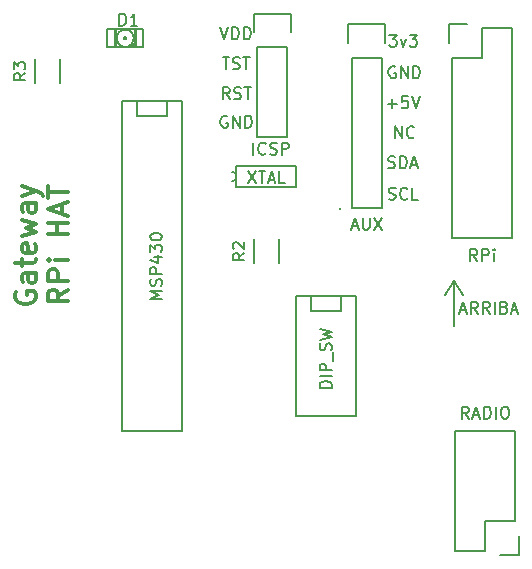
<source format=gbr>
G04 #@! TF.FileFunction,Legend,Top*
%FSLAX46Y46*%
G04 Gerber Fmt 4.6, Leading zero omitted, Abs format (unit mm)*
G04 Created by KiCad (PCBNEW (after 2015-mar-04 BZR unknown)-product) date 10/04/2015 18:40:57*
%MOMM*%
G01*
G04 APERTURE LIST*
%ADD10C,0.100000*%
%ADD11C,0.200000*%
%ADD12C,0.300000*%
%ADD13C,0.150000*%
G04 APERTURE END LIST*
D10*
D11*
X122872667Y-52411381D02*
X123206000Y-53411381D01*
X123539334Y-52411381D01*
X123872667Y-53411381D02*
X123872667Y-52411381D01*
X124110762Y-52411381D01*
X124253620Y-52459000D01*
X124348858Y-52554238D01*
X124396477Y-52649476D01*
X124444096Y-52839952D01*
X124444096Y-52982810D01*
X124396477Y-53173286D01*
X124348858Y-53268524D01*
X124253620Y-53363762D01*
X124110762Y-53411381D01*
X123872667Y-53411381D01*
X124872667Y-53411381D02*
X124872667Y-52411381D01*
X125110762Y-52411381D01*
X125253620Y-52459000D01*
X125348858Y-52554238D01*
X125396477Y-52649476D01*
X125444096Y-52839952D01*
X125444096Y-52982810D01*
X125396477Y-53173286D01*
X125348858Y-53268524D01*
X125253620Y-53363762D01*
X125110762Y-53411381D01*
X124872667Y-53411381D01*
X123063143Y-54951381D02*
X123634572Y-54951381D01*
X123348857Y-55951381D02*
X123348857Y-54951381D01*
X123920286Y-55903762D02*
X124063143Y-55951381D01*
X124301239Y-55951381D01*
X124396477Y-55903762D01*
X124444096Y-55856143D01*
X124491715Y-55760905D01*
X124491715Y-55665667D01*
X124444096Y-55570429D01*
X124396477Y-55522810D01*
X124301239Y-55475190D01*
X124110762Y-55427571D01*
X124015524Y-55379952D01*
X123967905Y-55332333D01*
X123920286Y-55237095D01*
X123920286Y-55141857D01*
X123967905Y-55046619D01*
X124015524Y-54999000D01*
X124110762Y-54951381D01*
X124348858Y-54951381D01*
X124491715Y-54999000D01*
X124777429Y-54951381D02*
X125348858Y-54951381D01*
X125063143Y-55951381D02*
X125063143Y-54951381D01*
X123658381Y-58491381D02*
X123325047Y-58015190D01*
X123086952Y-58491381D02*
X123086952Y-57491381D01*
X123467905Y-57491381D01*
X123563143Y-57539000D01*
X123610762Y-57586619D01*
X123658381Y-57681857D01*
X123658381Y-57824714D01*
X123610762Y-57919952D01*
X123563143Y-57967571D01*
X123467905Y-58015190D01*
X123086952Y-58015190D01*
X124039333Y-58443762D02*
X124182190Y-58491381D01*
X124420286Y-58491381D01*
X124515524Y-58443762D01*
X124563143Y-58396143D01*
X124610762Y-58300905D01*
X124610762Y-58205667D01*
X124563143Y-58110429D01*
X124515524Y-58062810D01*
X124420286Y-58015190D01*
X124229809Y-57967571D01*
X124134571Y-57919952D01*
X124086952Y-57872333D01*
X124039333Y-57777095D01*
X124039333Y-57681857D01*
X124086952Y-57586619D01*
X124134571Y-57539000D01*
X124229809Y-57491381D01*
X124467905Y-57491381D01*
X124610762Y-57539000D01*
X124896476Y-57491381D02*
X125467905Y-57491381D01*
X125182190Y-58491381D02*
X125182190Y-57491381D01*
X123444096Y-59952000D02*
X123348858Y-59904381D01*
X123206001Y-59904381D01*
X123063143Y-59952000D01*
X122967905Y-60047238D01*
X122920286Y-60142476D01*
X122872667Y-60332952D01*
X122872667Y-60475810D01*
X122920286Y-60666286D01*
X122967905Y-60761524D01*
X123063143Y-60856762D01*
X123206001Y-60904381D01*
X123301239Y-60904381D01*
X123444096Y-60856762D01*
X123491715Y-60809143D01*
X123491715Y-60475810D01*
X123301239Y-60475810D01*
X123920286Y-60904381D02*
X123920286Y-59904381D01*
X124491715Y-60904381D01*
X124491715Y-59904381D01*
X124967905Y-60904381D02*
X124967905Y-59904381D01*
X125206000Y-59904381D01*
X125348858Y-59952000D01*
X125444096Y-60047238D01*
X125491715Y-60142476D01*
X125539334Y-60332952D01*
X125539334Y-60475810D01*
X125491715Y-60666286D01*
X125444096Y-60761524D01*
X125348858Y-60856762D01*
X125206000Y-60904381D01*
X124967905Y-60904381D01*
X143192476Y-76366667D02*
X143668667Y-76366667D01*
X143097238Y-76652381D02*
X143430571Y-75652381D01*
X143763905Y-76652381D01*
X144668667Y-76652381D02*
X144335333Y-76176190D01*
X144097238Y-76652381D02*
X144097238Y-75652381D01*
X144478191Y-75652381D01*
X144573429Y-75700000D01*
X144621048Y-75747619D01*
X144668667Y-75842857D01*
X144668667Y-75985714D01*
X144621048Y-76080952D01*
X144573429Y-76128571D01*
X144478191Y-76176190D01*
X144097238Y-76176190D01*
X145668667Y-76652381D02*
X145335333Y-76176190D01*
X145097238Y-76652381D02*
X145097238Y-75652381D01*
X145478191Y-75652381D01*
X145573429Y-75700000D01*
X145621048Y-75747619D01*
X145668667Y-75842857D01*
X145668667Y-75985714D01*
X145621048Y-76080952D01*
X145573429Y-76128571D01*
X145478191Y-76176190D01*
X145097238Y-76176190D01*
X146097238Y-76652381D02*
X146097238Y-75652381D01*
X146906762Y-76128571D02*
X147049619Y-76176190D01*
X147097238Y-76223810D01*
X147144857Y-76319048D01*
X147144857Y-76461905D01*
X147097238Y-76557143D01*
X147049619Y-76604762D01*
X146954381Y-76652381D01*
X146573428Y-76652381D01*
X146573428Y-75652381D01*
X146906762Y-75652381D01*
X147002000Y-75700000D01*
X147049619Y-75747619D01*
X147097238Y-75842857D01*
X147097238Y-75938095D01*
X147049619Y-76033333D01*
X147002000Y-76080952D01*
X146906762Y-76128571D01*
X146573428Y-76128571D01*
X147525809Y-76366667D02*
X148002000Y-76366667D01*
X147430571Y-76652381D02*
X147763904Y-75652381D01*
X148097238Y-76652381D01*
X142621000Y-73914000D02*
X143383000Y-75057000D01*
X142621000Y-73914000D02*
X141859000Y-75057000D01*
X142621000Y-74041000D02*
X142621000Y-77724000D01*
D12*
X105573000Y-74824333D02*
X105489667Y-74990999D01*
X105489667Y-75240999D01*
X105573000Y-75490999D01*
X105739667Y-75657666D01*
X105906333Y-75740999D01*
X106239667Y-75824333D01*
X106489667Y-75824333D01*
X106823000Y-75740999D01*
X106989667Y-75657666D01*
X107156333Y-75490999D01*
X107239667Y-75240999D01*
X107239667Y-75074333D01*
X107156333Y-74824333D01*
X107073000Y-74740999D01*
X106489667Y-74740999D01*
X106489667Y-75074333D01*
X107239667Y-73240999D02*
X106323000Y-73240999D01*
X106156333Y-73324333D01*
X106073000Y-73490999D01*
X106073000Y-73824333D01*
X106156333Y-73990999D01*
X107156333Y-73240999D02*
X107239667Y-73407666D01*
X107239667Y-73824333D01*
X107156333Y-73990999D01*
X106989667Y-74074333D01*
X106823000Y-74074333D01*
X106656333Y-73990999D01*
X106573000Y-73824333D01*
X106573000Y-73407666D01*
X106489667Y-73240999D01*
X106073000Y-72657666D02*
X106073000Y-71991000D01*
X105489667Y-72407666D02*
X106989667Y-72407666D01*
X107156333Y-72324333D01*
X107239667Y-72157666D01*
X107239667Y-71991000D01*
X107156333Y-70741000D02*
X107239667Y-70907666D01*
X107239667Y-71241000D01*
X107156333Y-71407666D01*
X106989667Y-71491000D01*
X106323000Y-71491000D01*
X106156333Y-71407666D01*
X106073000Y-71241000D01*
X106073000Y-70907666D01*
X106156333Y-70741000D01*
X106323000Y-70657666D01*
X106489667Y-70657666D01*
X106656333Y-71491000D01*
X106073000Y-70074333D02*
X107239667Y-69741000D01*
X106406333Y-69407666D01*
X107239667Y-69074333D01*
X106073000Y-68741000D01*
X107239667Y-67324333D02*
X106323000Y-67324333D01*
X106156333Y-67407667D01*
X106073000Y-67574333D01*
X106073000Y-67907667D01*
X106156333Y-68074333D01*
X107156333Y-67324333D02*
X107239667Y-67491000D01*
X107239667Y-67907667D01*
X107156333Y-68074333D01*
X106989667Y-68157667D01*
X106823000Y-68157667D01*
X106656333Y-68074333D01*
X106573000Y-67907667D01*
X106573000Y-67491000D01*
X106489667Y-67324333D01*
X106073000Y-66657667D02*
X107239667Y-66241000D01*
X106073000Y-65824334D02*
X107239667Y-66241000D01*
X107656333Y-66407667D01*
X107739667Y-66491000D01*
X107823000Y-66657667D01*
X109989667Y-74615999D02*
X109156333Y-75199333D01*
X109989667Y-75615999D02*
X108239667Y-75615999D01*
X108239667Y-74949333D01*
X108323000Y-74782666D01*
X108406333Y-74699333D01*
X108573000Y-74615999D01*
X108823000Y-74615999D01*
X108989667Y-74699333D01*
X109073000Y-74782666D01*
X109156333Y-74949333D01*
X109156333Y-75615999D01*
X109989667Y-73865999D02*
X108239667Y-73865999D01*
X108239667Y-73199333D01*
X108323000Y-73032666D01*
X108406333Y-72949333D01*
X108573000Y-72865999D01*
X108823000Y-72865999D01*
X108989667Y-72949333D01*
X109073000Y-73032666D01*
X109156333Y-73199333D01*
X109156333Y-73865999D01*
X109989667Y-72115999D02*
X108823000Y-72115999D01*
X108239667Y-72115999D02*
X108323000Y-72199333D01*
X108406333Y-72115999D01*
X108323000Y-72032666D01*
X108239667Y-72115999D01*
X108406333Y-72115999D01*
X109989667Y-69949333D02*
X108239667Y-69949333D01*
X109073000Y-69949333D02*
X109073000Y-68949333D01*
X109989667Y-68949333D02*
X108239667Y-68949333D01*
X109489667Y-68199334D02*
X109489667Y-67366000D01*
X109989667Y-68366000D02*
X108239667Y-67782667D01*
X109989667Y-67199334D01*
X108239667Y-66866000D02*
X108239667Y-65866000D01*
X109989667Y-66366000D02*
X108239667Y-66366000D01*
D11*
X137128571Y-66952762D02*
X137271428Y-67000381D01*
X137509524Y-67000381D01*
X137604762Y-66952762D01*
X137652381Y-66905143D01*
X137700000Y-66809905D01*
X137700000Y-66714667D01*
X137652381Y-66619429D01*
X137604762Y-66571810D01*
X137509524Y-66524190D01*
X137319047Y-66476571D01*
X137223809Y-66428952D01*
X137176190Y-66381333D01*
X137128571Y-66286095D01*
X137128571Y-66190857D01*
X137176190Y-66095619D01*
X137223809Y-66048000D01*
X137319047Y-66000381D01*
X137557143Y-66000381D01*
X137700000Y-66048000D01*
X138700000Y-66905143D02*
X138652381Y-66952762D01*
X138509524Y-67000381D01*
X138414286Y-67000381D01*
X138271428Y-66952762D01*
X138176190Y-66857524D01*
X138128571Y-66762286D01*
X138080952Y-66571810D01*
X138080952Y-66428952D01*
X138128571Y-66238476D01*
X138176190Y-66143238D01*
X138271428Y-66048000D01*
X138414286Y-66000381D01*
X138509524Y-66000381D01*
X138652381Y-66048000D01*
X138700000Y-66095619D01*
X139604762Y-67000381D02*
X139128571Y-67000381D01*
X139128571Y-66000381D01*
X137080952Y-64285762D02*
X137223809Y-64333381D01*
X137461905Y-64333381D01*
X137557143Y-64285762D01*
X137604762Y-64238143D01*
X137652381Y-64142905D01*
X137652381Y-64047667D01*
X137604762Y-63952429D01*
X137557143Y-63904810D01*
X137461905Y-63857190D01*
X137271428Y-63809571D01*
X137176190Y-63761952D01*
X137128571Y-63714333D01*
X137080952Y-63619095D01*
X137080952Y-63523857D01*
X137128571Y-63428619D01*
X137176190Y-63381000D01*
X137271428Y-63333381D01*
X137509524Y-63333381D01*
X137652381Y-63381000D01*
X138080952Y-64333381D02*
X138080952Y-63333381D01*
X138319047Y-63333381D01*
X138461905Y-63381000D01*
X138557143Y-63476238D01*
X138604762Y-63571476D01*
X138652381Y-63761952D01*
X138652381Y-63904810D01*
X138604762Y-64095286D01*
X138557143Y-64190524D01*
X138461905Y-64285762D01*
X138319047Y-64333381D01*
X138080952Y-64333381D01*
X139033333Y-64047667D02*
X139509524Y-64047667D01*
X138938095Y-64333381D02*
X139271428Y-63333381D01*
X139604762Y-64333381D01*
X137636476Y-61793381D02*
X137636476Y-60793381D01*
X138207905Y-61793381D01*
X138207905Y-60793381D01*
X139255524Y-61698143D02*
X139207905Y-61745762D01*
X139065048Y-61793381D01*
X138969810Y-61793381D01*
X138826952Y-61745762D01*
X138731714Y-61650524D01*
X138684095Y-61555286D01*
X138636476Y-61364810D01*
X138636476Y-61221952D01*
X138684095Y-61031476D01*
X138731714Y-60936238D01*
X138826952Y-60841000D01*
X138969810Y-60793381D01*
X139065048Y-60793381D01*
X139207905Y-60841000D01*
X139255524Y-60888619D01*
X137017476Y-58872429D02*
X137779381Y-58872429D01*
X137398429Y-59253381D02*
X137398429Y-58491476D01*
X138731762Y-58253381D02*
X138255571Y-58253381D01*
X138207952Y-58729571D01*
X138255571Y-58681952D01*
X138350809Y-58634333D01*
X138588905Y-58634333D01*
X138684143Y-58681952D01*
X138731762Y-58729571D01*
X138779381Y-58824810D01*
X138779381Y-59062905D01*
X138731762Y-59158143D01*
X138684143Y-59205762D01*
X138588905Y-59253381D01*
X138350809Y-59253381D01*
X138255571Y-59205762D01*
X138207952Y-59158143D01*
X139065095Y-58253381D02*
X139398428Y-59253381D01*
X139731762Y-58253381D01*
X132969000Y-67691000D02*
X132969000Y-67818000D01*
X137668286Y-55761000D02*
X137573048Y-55713381D01*
X137430191Y-55713381D01*
X137287333Y-55761000D01*
X137192095Y-55856238D01*
X137144476Y-55951476D01*
X137096857Y-56141952D01*
X137096857Y-56284810D01*
X137144476Y-56475286D01*
X137192095Y-56570524D01*
X137287333Y-56665762D01*
X137430191Y-56713381D01*
X137525429Y-56713381D01*
X137668286Y-56665762D01*
X137715905Y-56618143D01*
X137715905Y-56284810D01*
X137525429Y-56284810D01*
X138144476Y-56713381D02*
X138144476Y-55713381D01*
X138715905Y-56713381D01*
X138715905Y-55713381D01*
X139192095Y-56713381D02*
X139192095Y-55713381D01*
X139430190Y-55713381D01*
X139573048Y-55761000D01*
X139668286Y-55856238D01*
X139715905Y-55951476D01*
X139763524Y-56141952D01*
X139763524Y-56284810D01*
X139715905Y-56475286D01*
X139668286Y-56570524D01*
X139573048Y-56665762D01*
X139430190Y-56713381D01*
X139192095Y-56713381D01*
X137176190Y-53046381D02*
X137795238Y-53046381D01*
X137461904Y-53427333D01*
X137604762Y-53427333D01*
X137700000Y-53474952D01*
X137747619Y-53522571D01*
X137795238Y-53617810D01*
X137795238Y-53855905D01*
X137747619Y-53951143D01*
X137700000Y-53998762D01*
X137604762Y-54046381D01*
X137319047Y-54046381D01*
X137223809Y-53998762D01*
X137176190Y-53951143D01*
X138128571Y-53379714D02*
X138366666Y-54046381D01*
X138604762Y-53379714D01*
X138890476Y-53046381D02*
X139509524Y-53046381D01*
X139176190Y-53427333D01*
X139319048Y-53427333D01*
X139414286Y-53474952D01*
X139461905Y-53522571D01*
X139509524Y-53617810D01*
X139509524Y-53855905D01*
X139461905Y-53951143D01*
X139414286Y-53998762D01*
X139319048Y-54046381D01*
X139033333Y-54046381D01*
X138938095Y-53998762D01*
X138890476Y-53951143D01*
D13*
X114708940Y-53439060D02*
X114907060Y-53439060D01*
X114907060Y-53439060D02*
X114907060Y-53240940D01*
X114708940Y-53240940D02*
X114907060Y-53240940D01*
X114708940Y-53439060D02*
X114708940Y-53240940D01*
X115257580Y-54038500D02*
X115605560Y-54038500D01*
X115605560Y-54038500D02*
X115605560Y-53789580D01*
X115257580Y-53789580D02*
X115605560Y-53789580D01*
X115257580Y-54038500D02*
X115257580Y-53789580D01*
X115605560Y-54038500D02*
X115707160Y-54038500D01*
X115707160Y-54038500D02*
X115707160Y-52842160D01*
X115605560Y-52842160D02*
X115707160Y-52842160D01*
X115605560Y-54038500D02*
X115605560Y-52842160D01*
X115605560Y-52791360D02*
X115707160Y-52791360D01*
X115707160Y-52791360D02*
X115707160Y-52641500D01*
X115605560Y-52641500D02*
X115707160Y-52641500D01*
X115605560Y-52791360D02*
X115605560Y-52641500D01*
X113908840Y-54038500D02*
X114010440Y-54038500D01*
X114010440Y-54038500D02*
X114010440Y-52842160D01*
X113908840Y-52842160D02*
X114010440Y-52842160D01*
X113908840Y-54038500D02*
X113908840Y-52842160D01*
X113908840Y-52791360D02*
X114010440Y-52791360D01*
X114010440Y-52791360D02*
X114010440Y-52641500D01*
X113908840Y-52641500D02*
X114010440Y-52641500D01*
X113908840Y-52791360D02*
X113908840Y-52641500D01*
X115257580Y-54038500D02*
X115407440Y-54038500D01*
X115407440Y-54038500D02*
X115407440Y-53789580D01*
X115257580Y-53789580D02*
X115407440Y-53789580D01*
X115257580Y-54038500D02*
X115257580Y-53789580D01*
X116357400Y-54089300D02*
X113258600Y-54089300D01*
X113258600Y-54089300D02*
X113258600Y-52590700D01*
X113258600Y-52590700D02*
X116357400Y-52590700D01*
X116357400Y-52590700D02*
X116357400Y-54089300D01*
X114260738Y-53839354D02*
G75*
G03X115356640Y-53837840I547262J499354D01*
G01*
X114259867Y-52841602D02*
G75*
G03X114259360Y-53837840I548133J-498398D01*
G01*
X115355262Y-52840646D02*
G75*
G03X114259360Y-52842160I-547262J-499354D01*
G01*
X115356133Y-53838398D02*
G75*
G03X115356640Y-52842160I-548133J498398D01*
G01*
X147574000Y-70231000D02*
X147574000Y-52451000D01*
X142494000Y-54991000D02*
X142494000Y-70231000D01*
X147574000Y-70231000D02*
X142494000Y-70231000D01*
X147574000Y-52451000D02*
X145034000Y-52451000D01*
X143764000Y-52171000D02*
X142214000Y-52171000D01*
X145034000Y-52451000D02*
X145034000Y-54991000D01*
X145034000Y-54991000D02*
X142494000Y-54991000D01*
X142214000Y-52171000D02*
X142214000Y-53721000D01*
X125984000Y-54102000D02*
X125984000Y-61722000D01*
X128524000Y-54102000D02*
X128524000Y-61722000D01*
X128804000Y-51282000D02*
X128804000Y-52832000D01*
X125984000Y-61722000D02*
X128524000Y-61722000D01*
X128524000Y-54102000D02*
X125984000Y-54102000D01*
X125704000Y-52832000D02*
X125704000Y-51282000D01*
X125704000Y-51282000D02*
X128804000Y-51282000D01*
X136525000Y-54991000D02*
X136525000Y-67691000D01*
X136525000Y-67691000D02*
X133985000Y-67691000D01*
X133985000Y-67691000D02*
X133985000Y-54991000D01*
X136805000Y-52171000D02*
X136805000Y-53721000D01*
X136525000Y-54991000D02*
X133985000Y-54991000D01*
X133705000Y-53721000D02*
X133705000Y-52171000D01*
X133705000Y-52171000D02*
X136805000Y-52171000D01*
X127821000Y-70374000D02*
X127821000Y-72374000D01*
X125671000Y-72374000D02*
X125671000Y-70374000D01*
X109279000Y-55134000D02*
X109279000Y-57134000D01*
X107129000Y-57134000D02*
X107129000Y-55134000D01*
X118364000Y-58674000D02*
X118364000Y-59944000D01*
X118364000Y-59944000D02*
X115824000Y-59944000D01*
X115824000Y-59944000D02*
X115824000Y-58674000D01*
X119634000Y-58674000D02*
X119634000Y-86614000D01*
X119634000Y-86614000D02*
X114554000Y-86614000D01*
X114554000Y-86614000D02*
X114554000Y-58674000D01*
X114554000Y-58674000D02*
X119634000Y-58674000D01*
X147828000Y-94234000D02*
X147828000Y-86614000D01*
X147828000Y-86614000D02*
X142748000Y-86614000D01*
X142748000Y-86614000D02*
X142748000Y-96774000D01*
X142748000Y-96774000D02*
X145288000Y-96774000D01*
X146558000Y-97054000D02*
X148108000Y-97054000D01*
X145288000Y-96774000D02*
X145288000Y-94234000D01*
X145288000Y-94234000D02*
X147828000Y-94234000D01*
X148108000Y-97054000D02*
X148108000Y-95504000D01*
X133096000Y-75184000D02*
X133096000Y-76454000D01*
X133096000Y-76454000D02*
X130556000Y-76454000D01*
X130556000Y-76454000D02*
X130556000Y-75184000D01*
X134366000Y-75184000D02*
X134366000Y-85344000D01*
X134366000Y-85344000D02*
X129286000Y-85344000D01*
X129286000Y-85344000D02*
X129286000Y-75184000D01*
X129286000Y-75184000D02*
X134366000Y-75184000D01*
X124185680Y-64724280D02*
X123885960Y-64625220D01*
X124185680Y-65323720D02*
X123885960Y-65422780D01*
X124185680Y-65923160D02*
X129235200Y-65923160D01*
X129235200Y-65923160D02*
X129235200Y-64124840D01*
X129235200Y-64124840D02*
X124185680Y-64124840D01*
X124185680Y-65923160D02*
X124185680Y-64124840D01*
X114323905Y-52268381D02*
X114323905Y-51268381D01*
X114562000Y-51268381D01*
X114704858Y-51316000D01*
X114800096Y-51411238D01*
X114847715Y-51506476D01*
X114895334Y-51696952D01*
X114895334Y-51839810D01*
X114847715Y-52030286D01*
X114800096Y-52125524D01*
X114704858Y-52220762D01*
X114562000Y-52268381D01*
X114323905Y-52268381D01*
X115847715Y-52268381D02*
X115276286Y-52268381D01*
X115562000Y-52268381D02*
X115562000Y-51268381D01*
X115466762Y-51411238D01*
X115371524Y-51506476D01*
X115276286Y-51554095D01*
D11*
X144605429Y-72207381D02*
X144272095Y-71731190D01*
X144034000Y-72207381D02*
X144034000Y-71207381D01*
X144414953Y-71207381D01*
X144510191Y-71255000D01*
X144557810Y-71302619D01*
X144605429Y-71397857D01*
X144605429Y-71540714D01*
X144557810Y-71635952D01*
X144510191Y-71683571D01*
X144414953Y-71731190D01*
X144034000Y-71731190D01*
X145034000Y-72207381D02*
X145034000Y-71207381D01*
X145414953Y-71207381D01*
X145510191Y-71255000D01*
X145557810Y-71302619D01*
X145605429Y-71397857D01*
X145605429Y-71540714D01*
X145557810Y-71635952D01*
X145510191Y-71683571D01*
X145414953Y-71731190D01*
X145034000Y-71731190D01*
X146034000Y-72207381D02*
X146034000Y-71540714D01*
X146034000Y-71207381D02*
X145986381Y-71255000D01*
X146034000Y-71302619D01*
X146081619Y-71255000D01*
X146034000Y-71207381D01*
X146034000Y-71302619D01*
D13*
X125650810Y-63190381D02*
X125650810Y-62190381D01*
X126698429Y-63095143D02*
X126650810Y-63142762D01*
X126507953Y-63190381D01*
X126412715Y-63190381D01*
X126269857Y-63142762D01*
X126174619Y-63047524D01*
X126127000Y-62952286D01*
X126079381Y-62761810D01*
X126079381Y-62618952D01*
X126127000Y-62428476D01*
X126174619Y-62333238D01*
X126269857Y-62238000D01*
X126412715Y-62190381D01*
X126507953Y-62190381D01*
X126650810Y-62238000D01*
X126698429Y-62285619D01*
X127079381Y-63142762D02*
X127222238Y-63190381D01*
X127460334Y-63190381D01*
X127555572Y-63142762D01*
X127603191Y-63095143D01*
X127650810Y-62999905D01*
X127650810Y-62904667D01*
X127603191Y-62809429D01*
X127555572Y-62761810D01*
X127460334Y-62714190D01*
X127269857Y-62666571D01*
X127174619Y-62618952D01*
X127127000Y-62571333D01*
X127079381Y-62476095D01*
X127079381Y-62380857D01*
X127127000Y-62285619D01*
X127174619Y-62238000D01*
X127269857Y-62190381D01*
X127507953Y-62190381D01*
X127650810Y-62238000D01*
X128079381Y-63190381D02*
X128079381Y-62190381D01*
X128460334Y-62190381D01*
X128555572Y-62238000D01*
X128603191Y-62285619D01*
X128650810Y-62380857D01*
X128650810Y-62523714D01*
X128603191Y-62618952D01*
X128555572Y-62666571D01*
X128460334Y-62714190D01*
X128079381Y-62714190D01*
D11*
X134016905Y-69254667D02*
X134493096Y-69254667D01*
X133921667Y-69540381D02*
X134255000Y-68540381D01*
X134588334Y-69540381D01*
X134921667Y-68540381D02*
X134921667Y-69349905D01*
X134969286Y-69445143D01*
X135016905Y-69492762D01*
X135112143Y-69540381D01*
X135302620Y-69540381D01*
X135397858Y-69492762D01*
X135445477Y-69445143D01*
X135493096Y-69349905D01*
X135493096Y-68540381D01*
X135874048Y-68540381D02*
X136540715Y-69540381D01*
X136540715Y-68540381D02*
X135874048Y-69540381D01*
D13*
X124898381Y-71540666D02*
X124422190Y-71874000D01*
X124898381Y-72112095D02*
X123898381Y-72112095D01*
X123898381Y-71731142D01*
X123946000Y-71635904D01*
X123993619Y-71588285D01*
X124088857Y-71540666D01*
X124231714Y-71540666D01*
X124326952Y-71588285D01*
X124374571Y-71635904D01*
X124422190Y-71731142D01*
X124422190Y-72112095D01*
X123993619Y-71159714D02*
X123946000Y-71112095D01*
X123898381Y-71016857D01*
X123898381Y-70778761D01*
X123946000Y-70683523D01*
X123993619Y-70635904D01*
X124088857Y-70588285D01*
X124184095Y-70588285D01*
X124326952Y-70635904D01*
X124898381Y-71207333D01*
X124898381Y-70588285D01*
X106356381Y-56300666D02*
X105880190Y-56634000D01*
X106356381Y-56872095D02*
X105356381Y-56872095D01*
X105356381Y-56491142D01*
X105404000Y-56395904D01*
X105451619Y-56348285D01*
X105546857Y-56300666D01*
X105689714Y-56300666D01*
X105784952Y-56348285D01*
X105832571Y-56395904D01*
X105880190Y-56491142D01*
X105880190Y-56872095D01*
X105356381Y-55967333D02*
X105356381Y-55348285D01*
X105737333Y-55681619D01*
X105737333Y-55538761D01*
X105784952Y-55443523D01*
X105832571Y-55395904D01*
X105927810Y-55348285D01*
X106165905Y-55348285D01*
X106261143Y-55395904D01*
X106308762Y-55443523D01*
X106356381Y-55538761D01*
X106356381Y-55824476D01*
X106308762Y-55919714D01*
X106261143Y-55967333D01*
X117927381Y-75382095D02*
X116927381Y-75382095D01*
X117641667Y-75048761D01*
X116927381Y-74715428D01*
X117927381Y-74715428D01*
X117879762Y-74286857D02*
X117927381Y-74144000D01*
X117927381Y-73905904D01*
X117879762Y-73810666D01*
X117832143Y-73763047D01*
X117736905Y-73715428D01*
X117641667Y-73715428D01*
X117546429Y-73763047D01*
X117498810Y-73810666D01*
X117451190Y-73905904D01*
X117403571Y-74096381D01*
X117355952Y-74191619D01*
X117308333Y-74239238D01*
X117213095Y-74286857D01*
X117117857Y-74286857D01*
X117022619Y-74239238D01*
X116975000Y-74191619D01*
X116927381Y-74096381D01*
X116927381Y-73858285D01*
X116975000Y-73715428D01*
X117927381Y-73286857D02*
X116927381Y-73286857D01*
X116927381Y-72905904D01*
X116975000Y-72810666D01*
X117022619Y-72763047D01*
X117117857Y-72715428D01*
X117260714Y-72715428D01*
X117355952Y-72763047D01*
X117403571Y-72810666D01*
X117451190Y-72905904D01*
X117451190Y-73286857D01*
X117260714Y-71858285D02*
X117927381Y-71858285D01*
X116879762Y-72096381D02*
X117594048Y-72334476D01*
X117594048Y-71715428D01*
X116927381Y-71429714D02*
X116927381Y-70810666D01*
X117308333Y-71144000D01*
X117308333Y-71001142D01*
X117355952Y-70905904D01*
X117403571Y-70858285D01*
X117498810Y-70810666D01*
X117736905Y-70810666D01*
X117832143Y-70858285D01*
X117879762Y-70905904D01*
X117927381Y-71001142D01*
X117927381Y-71286857D01*
X117879762Y-71382095D01*
X117832143Y-71429714D01*
X116927381Y-70191619D02*
X116927381Y-70096380D01*
X116975000Y-70001142D01*
X117022619Y-69953523D01*
X117117857Y-69905904D01*
X117308333Y-69858285D01*
X117546429Y-69858285D01*
X117736905Y-69905904D01*
X117832143Y-69953523D01*
X117879762Y-70001142D01*
X117927381Y-70096380D01*
X117927381Y-70191619D01*
X117879762Y-70286857D01*
X117832143Y-70334476D01*
X117736905Y-70382095D01*
X117546429Y-70429714D01*
X117308333Y-70429714D01*
X117117857Y-70382095D01*
X117022619Y-70334476D01*
X116975000Y-70286857D01*
X116927381Y-70191619D01*
X143907048Y-85542381D02*
X143573714Y-85066190D01*
X143335619Y-85542381D02*
X143335619Y-84542381D01*
X143716572Y-84542381D01*
X143811810Y-84590000D01*
X143859429Y-84637619D01*
X143907048Y-84732857D01*
X143907048Y-84875714D01*
X143859429Y-84970952D01*
X143811810Y-85018571D01*
X143716572Y-85066190D01*
X143335619Y-85066190D01*
X144288000Y-85256667D02*
X144764191Y-85256667D01*
X144192762Y-85542381D02*
X144526095Y-84542381D01*
X144859429Y-85542381D01*
X145192762Y-85542381D02*
X145192762Y-84542381D01*
X145430857Y-84542381D01*
X145573715Y-84590000D01*
X145668953Y-84685238D01*
X145716572Y-84780476D01*
X145764191Y-84970952D01*
X145764191Y-85113810D01*
X145716572Y-85304286D01*
X145668953Y-85399524D01*
X145573715Y-85494762D01*
X145430857Y-85542381D01*
X145192762Y-85542381D01*
X146192762Y-85542381D02*
X146192762Y-84542381D01*
X146859428Y-84542381D02*
X147049905Y-84542381D01*
X147145143Y-84590000D01*
X147240381Y-84685238D01*
X147288000Y-84875714D01*
X147288000Y-85209048D01*
X147240381Y-85399524D01*
X147145143Y-85494762D01*
X147049905Y-85542381D01*
X146859428Y-85542381D01*
X146764190Y-85494762D01*
X146668952Y-85399524D01*
X146621333Y-85209048D01*
X146621333Y-84875714D01*
X146668952Y-84685238D01*
X146764190Y-84590000D01*
X146859428Y-84542381D01*
D11*
X132278381Y-82946571D02*
X131278381Y-82946571D01*
X131278381Y-82708476D01*
X131326000Y-82565618D01*
X131421238Y-82470380D01*
X131516476Y-82422761D01*
X131706952Y-82375142D01*
X131849810Y-82375142D01*
X132040286Y-82422761D01*
X132135524Y-82470380D01*
X132230762Y-82565618D01*
X132278381Y-82708476D01*
X132278381Y-82946571D01*
X132278381Y-81946571D02*
X131278381Y-81946571D01*
X132278381Y-81470381D02*
X131278381Y-81470381D01*
X131278381Y-81089428D01*
X131326000Y-80994190D01*
X131373619Y-80946571D01*
X131468857Y-80898952D01*
X131611714Y-80898952D01*
X131706952Y-80946571D01*
X131754571Y-80994190D01*
X131802190Y-81089428D01*
X131802190Y-81470381D01*
X132373619Y-80708476D02*
X132373619Y-79946571D01*
X132230762Y-79756095D02*
X132278381Y-79613238D01*
X132278381Y-79375142D01*
X132230762Y-79279904D01*
X132183143Y-79232285D01*
X132087905Y-79184666D01*
X131992667Y-79184666D01*
X131897429Y-79232285D01*
X131849810Y-79279904D01*
X131802190Y-79375142D01*
X131754571Y-79565619D01*
X131706952Y-79660857D01*
X131659333Y-79708476D01*
X131564095Y-79756095D01*
X131468857Y-79756095D01*
X131373619Y-79708476D01*
X131326000Y-79660857D01*
X131278381Y-79565619D01*
X131278381Y-79327523D01*
X131326000Y-79184666D01*
X131278381Y-78851333D02*
X132278381Y-78613238D01*
X131564095Y-78422761D01*
X132278381Y-78232285D01*
X131278381Y-77994190D01*
X125198381Y-64603381D02*
X125865048Y-65603381D01*
X125865048Y-64603381D02*
X125198381Y-65603381D01*
X126103143Y-64603381D02*
X126674572Y-64603381D01*
X126388857Y-65603381D02*
X126388857Y-64603381D01*
X126960286Y-65317667D02*
X127436477Y-65317667D01*
X126865048Y-65603381D02*
X127198381Y-64603381D01*
X127531715Y-65603381D01*
X128341239Y-65603381D02*
X127865048Y-65603381D01*
X127865048Y-64603381D01*
M02*

</source>
